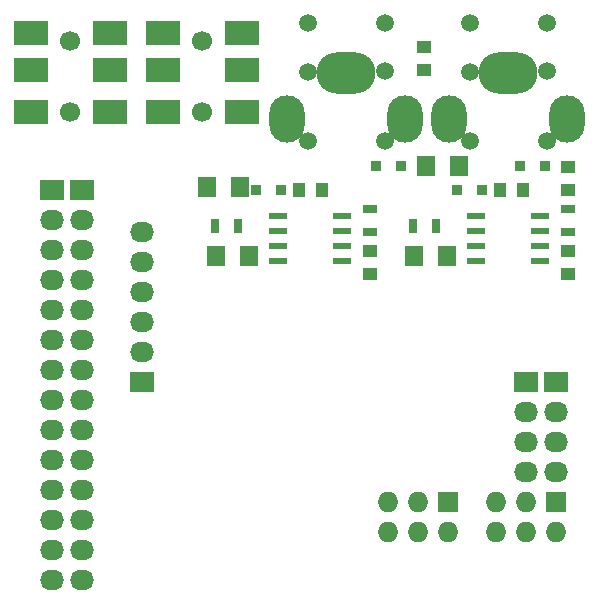
<source format=gts>
G04 #@! TF.FileFunction,Soldermask,Top*
%FSLAX46Y46*%
G04 Gerber Fmt 4.6, Leading zero omitted, Abs format (unit mm)*
G04 Created by KiCad (PCBNEW 4.0.2-4+6225~38~ubuntu14.04.1-stable) date Fri 18 Mar 2016 19:53:20 GMT*
%MOMM*%
G01*
G04 APERTURE LIST*
%ADD10C,0.100000*%
%ADD11R,1.597660X1.800860*%
%ADD12R,1.727200X1.727200*%
%ADD13O,1.727200X1.727200*%
%ADD14C,1.500000*%
%ADD15O,3.000000X4.000000*%
%ADD16O,5.000000X3.500000*%
%ADD17C,1.700000*%
%ADD18R,2.850000X2.000000*%
%ADD19R,1.550000X0.600000*%
%ADD20R,1.250000X1.000000*%
%ADD21R,1.000000X1.250000*%
%ADD22R,1.300000X0.700000*%
%ADD23R,0.700000X1.300000*%
%ADD24R,2.032000X1.727200*%
%ADD25O,2.032000X1.727200*%
%ADD26R,0.900000X0.900000*%
G04 APERTURE END LIST*
D10*
D11*
X135740140Y-113284000D03*
X138579860Y-113284000D03*
X117198140Y-115062000D03*
X120037860Y-115062000D03*
X117960140Y-120904000D03*
X120799860Y-120904000D03*
X134724140Y-120904000D03*
X137563860Y-120904000D03*
D12*
X137668000Y-141732000D03*
D13*
X137668000Y-144272000D03*
X135128000Y-141732000D03*
X135128000Y-144272000D03*
X132588000Y-141732000D03*
X132588000Y-144272000D03*
D12*
X146812000Y-141732000D03*
D13*
X146812000Y-144272000D03*
X144272000Y-141732000D03*
X144272000Y-144272000D03*
X141732000Y-141732000D03*
X141732000Y-144272000D03*
D14*
X145998000Y-111176000D03*
X139498000Y-111176000D03*
X145998000Y-105176000D03*
X139498000Y-105276000D03*
X145998000Y-101176000D03*
X139498000Y-101176000D03*
D15*
X147748000Y-109276000D03*
X137748000Y-109276000D03*
D16*
X142748000Y-105376000D03*
D14*
X132282000Y-111176000D03*
X125782000Y-111176000D03*
X132282000Y-105176000D03*
X125782000Y-105276000D03*
X132282000Y-101176000D03*
X125782000Y-101176000D03*
D15*
X134032000Y-109276000D03*
X124032000Y-109276000D03*
D16*
X129032000Y-105376000D03*
D17*
X116840000Y-108656000D03*
X116840000Y-102656000D03*
D18*
X120165000Y-101956000D03*
X120165000Y-105156000D03*
X120165000Y-108656000D03*
X113515000Y-101956000D03*
X113515000Y-105156000D03*
X113515000Y-108656000D03*
D17*
X105664000Y-108656000D03*
X105664000Y-102656000D03*
D18*
X108989000Y-101956000D03*
X108989000Y-105156000D03*
X108989000Y-108656000D03*
X102339000Y-101956000D03*
X102339000Y-105156000D03*
X102339000Y-108656000D03*
D19*
X145448000Y-121285000D03*
X145448000Y-120015000D03*
X145448000Y-118745000D03*
X145448000Y-117475000D03*
X140048000Y-117475000D03*
X140048000Y-118745000D03*
X140048000Y-120015000D03*
X140048000Y-121285000D03*
X128684000Y-121285000D03*
X128684000Y-120015000D03*
X128684000Y-118745000D03*
X128684000Y-117475000D03*
X123284000Y-117475000D03*
X123284000Y-118745000D03*
X123284000Y-120015000D03*
X123284000Y-121285000D03*
D20*
X147828000Y-122412000D03*
X147828000Y-120412000D03*
X131064000Y-122412000D03*
X131064000Y-120412000D03*
D21*
X144002000Y-115316000D03*
X142002000Y-115316000D03*
X126984000Y-115316000D03*
X124984000Y-115316000D03*
D20*
X147828000Y-115300000D03*
X147828000Y-113300000D03*
X135636000Y-103140000D03*
X135636000Y-105140000D03*
D22*
X147828000Y-116906000D03*
X147828000Y-118806000D03*
X131064000Y-116906000D03*
X131064000Y-118806000D03*
D23*
X134686000Y-118364000D03*
X136586000Y-118364000D03*
X117922000Y-118364000D03*
X119822000Y-118364000D03*
D24*
X104140000Y-115316000D03*
D25*
X104140000Y-117856000D03*
X104140000Y-120396000D03*
X104140000Y-122936000D03*
X104140000Y-125476000D03*
X104140000Y-128016000D03*
X104140000Y-130556000D03*
X104140000Y-133096000D03*
X104140000Y-135636000D03*
X104140000Y-138176000D03*
X104140000Y-140716000D03*
X104140000Y-143256000D03*
X104140000Y-145796000D03*
X104140000Y-148336000D03*
D24*
X106680000Y-115316000D03*
D25*
X106680000Y-117856000D03*
X106680000Y-120396000D03*
X106680000Y-122936000D03*
X106680000Y-125476000D03*
X106680000Y-128016000D03*
X106680000Y-130556000D03*
X106680000Y-133096000D03*
X106680000Y-135636000D03*
X106680000Y-138176000D03*
X106680000Y-140716000D03*
X106680000Y-143256000D03*
X106680000Y-145796000D03*
X106680000Y-148336000D03*
D24*
X111760000Y-131572000D03*
D25*
X111760000Y-129032000D03*
X111760000Y-126492000D03*
X111760000Y-123952000D03*
X111760000Y-121412000D03*
X111760000Y-118872000D03*
D24*
X144272000Y-131572000D03*
D25*
X144272000Y-134112000D03*
X144272000Y-136652000D03*
X144272000Y-139192000D03*
D24*
X146812000Y-131572000D03*
D25*
X146812000Y-134112000D03*
X146812000Y-136652000D03*
X146812000Y-139192000D03*
D26*
X133643000Y-113284000D03*
X131533000Y-113284000D03*
X145835000Y-113284000D03*
X143725000Y-113284000D03*
X140501000Y-115316000D03*
X138391000Y-115316000D03*
X123483000Y-115316000D03*
X121373000Y-115316000D03*
M02*

</source>
